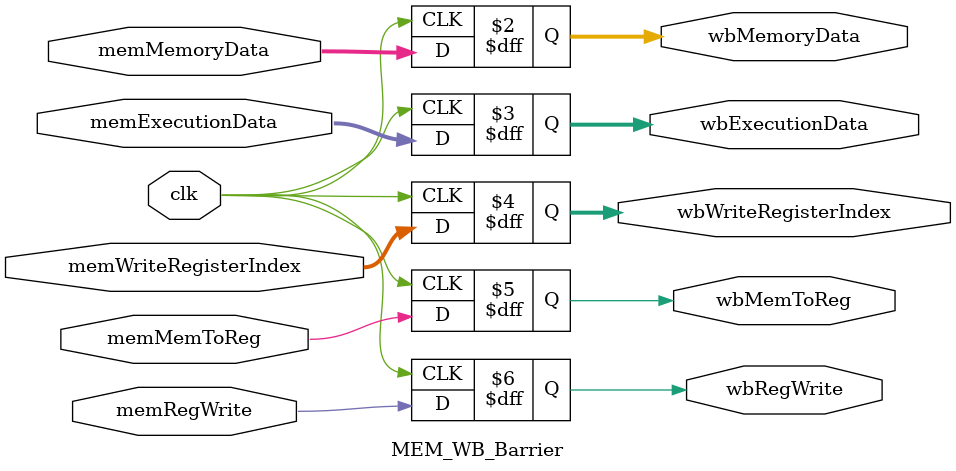
<source format=v>
module MEM_WB_Barrier(
  input clk,
  input [31:0] memMemoryData,
  input [31:0] memExecutionData,
  input [4:0] memWriteRegisterIndex,  
  input memMemToReg,
  input memRegWrite,
  output reg [31:0] wbMemoryData,
  output reg [31:0] wbExecutionData,
  output reg [4:0] wbWriteRegisterIndex,
  output reg wbMemToReg,
  output reg wbRegWrite
);

always @(posedge clk) begin
  wbMemoryData <= memMemoryData;
  wbExecutionData <= memExecutionData;
  wbWriteRegisterIndex <= memWriteRegisterIndex;
  wbMemToReg <= memMemToReg;
  wbRegWrite <= memRegWrite;
end
endmodule

</source>
